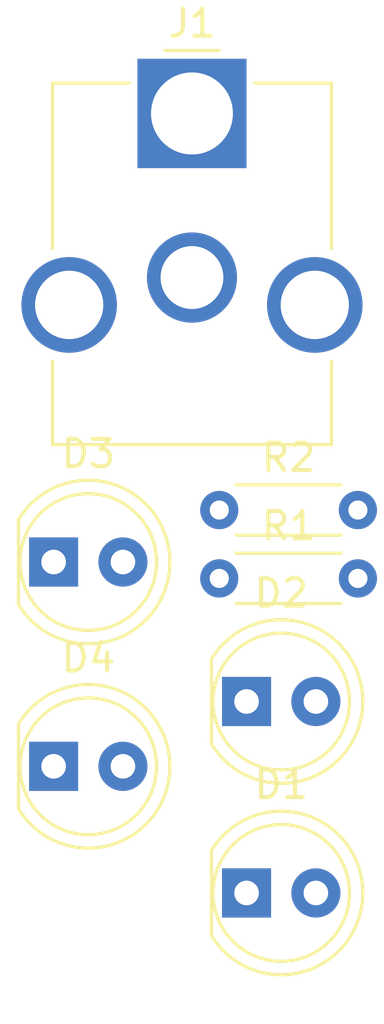
<source format=kicad_pcb>
(kicad_pcb (version 20241229) (generator "pcbnew") (generator_version "9.0")
  (layers (0 "F.Cu" signal) (2 "B.Cu" signal) (13 "F.Paste" user) (15 "B.Paste" user) (5 "F.SilkS" user "F.Silkscreen") (7 "B.SilkS" user "B.Silkscreen") (1 "F.Mask" user) (3 "B.Mask" user) (25 "Edge.Cuts" user))
  (net 0 "")
  (net 1 "Net-(D1-K)")
  (net 2 "+12V")
  (net 3 "Net-(D3-K)")
  (net 4 "Net-(D3-A)")
  (net 5 "GND")
  (footprint "LED_THT:LED_D5.0mm" (layer "F.Cu") (at 55.43 61.9)
    (property "Reference" "D3" (at 1.27 -3.96 0) (layer "F.SilkS"))
    (property "Value" "LED")
    (fp_line (start -1.29 -1.545) (end -1.29 1.545) (stroke (width 0.12)) (layer "F.SilkS"))
    (fp_arc (start -1.29 -1.54483) (mid 2.071779 -2.880495) (end 4.26 0) (stroke (width 0.12)) (layer "F.SilkS"))
    (fp_arc (start 4.26 0) (mid 2.071779 2.880495) (end -1.29 1.54483) (stroke (width 0.12)) (layer "F.SilkS"))
    (fp_circle (center 1.27 0) (end 3.77 0) (stroke (width 0.12)) (fill no) (layer "F.SilkS"))
    (pad "1" thru_hole rect (at 0 0) (size 1.8 1.8) (drill 0.9) (layers "*.Cu" "*.Mask") (net 3 "Net-(D3-K)"))
    (pad "2" thru_hole circle (at 2.54 0) (size 1.8 1.8) (drill 0.9) (layers "*.Cu" "*.Mask") (net 4 "Net-(D3-A)"))
  )
  (footprint "LED_THT:LED_D5.0mm" (layer "F.Cu") (at 62.5 74)
    (property "Reference" "D1" (at 1.27 -3.96 0) (layer "F.SilkS"))
    (property "Value" "LED")
    (fp_line (start -1.29 -1.545) (end -1.29 1.545) (stroke (width 0.12)) (layer "F.SilkS"))
    (fp_arc (start -1.29 -1.54483) (mid 2.071779 -2.880495) (end 4.26 0) (stroke (width 0.12)) (layer "F.SilkS"))
    (fp_arc (start 4.26 0) (mid 2.071779 2.880495) (end -1.29 1.54483) (stroke (width 0.12)) (layer "F.SilkS"))
    (fp_circle (center 1.27 0) (end 3.77 0) (stroke (width 0.12)) (fill no) (layer "F.SilkS"))
    (pad "1" thru_hole rect (at 0 0) (size 1.8 1.8) (drill 0.9) (layers "*.Cu" "*.Mask") (net 1 "Net-(D1-K)"))
    (pad "2" thru_hole circle (at 2.54 0) (size 1.8 1.8) (drill 0.9) (layers "*.Cu" "*.Mask") (net 2 "+12V"))
  )
  (footprint "Resistor_THT:R_Axial_DIN0204_L3.6mm_D1.6mm_P5.08mm_Horizontal" (layer "F.Cu") (at 61.5 60)
    (property "Reference" "R2" (at 2.54 -1.92 0) (layer "F.SilkS"))
    (property "Value" "R")
    (fp_line (start 0.62 -0.92) (end 4.46 -0.92) (stroke (width 0.12)) (layer "F.SilkS"))
    (fp_line (start 0.62 0.92) (end 4.46 0.92) (stroke (width 0.12)) (layer "F.SilkS"))
    (pad "1" thru_hole circle (at 0 0) (size 1.4 1.4) (drill 0.7) (layers "*.Cu" "*.Mask") (net 4 "Net-(D3-A)"))
    (pad "2" thru_hole circle (at 5.08 0) (size 1.4 1.4) (drill 0.7) (layers "*.Cu" "*.Mask") (net 1 "Net-(D1-K)"))
  )
  (footprint "LED_THT:LED_D5.0mm" (layer "F.Cu") (at 55.43 69.37)
    (property "Reference" "D4" (at 1.27 -3.96 0) (layer "F.SilkS"))
    (property "Value" "LED")
    (fp_line (start -1.29 -1.545) (end -1.29 1.545) (stroke (width 0.12)) (layer "F.SilkS"))
    (fp_arc (start -1.29 -1.54483) (mid 2.071779 -2.880495) (end 4.26 0) (stroke (width 0.12)) (layer "F.SilkS"))
    (fp_arc (start 4.26 0) (mid 2.071779 2.880495) (end -1.29 1.54483) (stroke (width 0.12)) (layer "F.SilkS"))
    (fp_circle (center 1.27 0) (end 3.77 0) (stroke (width 0.12)) (fill no) (layer "F.SilkS"))
    (pad "1" thru_hole rect (at 0 0) (size 1.8 1.8) (drill 0.9) (layers "*.Cu" "*.Mask") (net 5 "GND"))
    (pad "2" thru_hole circle (at 2.54 0) (size 1.8 1.8) (drill 0.9) (layers "*.Cu" "*.Mask") (net 3 "Net-(D3-K)"))
  )
  (footprint "Connector_BarrelJack:BarrelJack_CUI_PJ-063AH_Horizontal_CircularHoles" (layer "F.Cu") (at 60.5 45.5)
    (property "Reference" "J1" (at 0 -3.3 0) (layer "F.SilkS"))
    (property "Value" "Barrel_Jack")
    (fp_line (start -5.11 -1.11) (end -2.3 -1.11) (stroke (width 0.12)) (layer "F.SilkS"))
    (fp_line (start -5.11 4.95) (end -5.11 -1.11) (stroke (width 0.12)) (layer "F.SilkS"))
    (fp_line (start -5.11 12.11) (end -5.11 9.05) (stroke (width 0.12)) (layer "F.SilkS"))
    (fp_line (start -1 -2.3) (end 1 -2.3) (stroke (width 0.12)) (layer "F.SilkS"))
    (fp_line (start 2.3 -1.11) (end 5.11 -1.11) (stroke (width 0.12)) (layer "F.SilkS"))
    (fp_line (start 5.11 -1.11) (end 5.11 4.95) (stroke (width 0.12)) (layer "F.SilkS"))
    (fp_line (start 5.11 9.05) (end 5.11 12.11) (stroke (width 0.12)) (layer "F.SilkS"))
    (fp_line (start 5.11 12.11) (end -5.11 12.11) (stroke (width 0.12)) (layer "F.SilkS"))
    (pad "" np_thru_hole circle (at 0 9) (size 1.6 1.6) (drill 1.6) (layers "*.Cu" "*.Mask"))
    (pad "1" thru_hole rect (at 0 0) (size 4 4) (drill 3) (layers "*.Cu" "*.Mask") (net 2 "+12V"))
    (pad "2" thru_hole circle (at 0 6) (size 3.3 3.3) (drill 2.3) (layers "*.Cu" "*.Mask") (net 5 "GND"))
    (pad "MP" thru_hole circle (at -4.5 7) (size 3.5 3.5) (drill 2.5) (layers "*.Cu" "*.Mask"))
    (pad "MP" thru_hole circle (at 4.5 7) (size 3.5 3.5) (drill 2.5) (layers "*.Cu" "*.Mask"))
  )
  (footprint "LED_THT:LED_D5.0mm" (layer "F.Cu") (at 62.5 67)
    (property "Reference" "D2" (at 1.27 -3.96 0) (layer "F.SilkS"))
    (property "Value" "LED")
    (fp_line (start -1.29 -1.545) (end -1.29 1.545) (stroke (width 0.12)) (layer "F.SilkS"))
    (fp_arc (start -1.29 -1.54483) (mid 2.071779 -2.880495) (end 4.26 0) (stroke (width 0.12)) (layer "F.SilkS"))
    (fp_arc (start 4.26 0) (mid 2.071779 2.880495) (end -1.29 1.54483) (stroke (width 0.12)) (layer "F.SilkS"))
    (fp_circle (center 1.27 0) (end 3.77 0) (stroke (width 0.12)) (fill no) (layer "F.SilkS"))
    (pad "1" thru_hole rect (at 0 0) (size 1.8 1.8) (drill 0.9) (layers "*.Cu" "*.Mask") (net 1 "Net-(D1-K)"))
    (pad "2" thru_hole circle (at 2.54 0) (size 1.8 1.8) (drill 0.9) (layers "*.Cu" "*.Mask") (net 2 "+12V"))
  )
  (footprint "Resistor_THT:R_Axial_DIN0204_L3.6mm_D1.6mm_P5.08mm_Horizontal" (layer "F.Cu") (at 61.5 62.5)
    (property "Reference" "R1" (at 2.54 -1.92 0) (layer "F.SilkS"))
    (property "Value" "R")
    (fp_line (start 0.62 -0.92) (end 4.46 -0.92) (stroke (width 0.12)) (layer "F.SilkS"))
    (fp_line (start 0.62 0.92) (end 4.46 0.92) (stroke (width 0.12)) (layer "F.SilkS"))
    (pad "1" thru_hole circle (at 0 0) (size 1.4 1.4) (drill 0.7) (layers "*.Cu" "*.Mask") (net 1 "Net-(D1-K)"))
    (pad "2" thru_hole circle (at 5.08 0) (size 1.4 1.4) (drill 0.7) (layers "*.Cu" "*.Mask") (net 2 "+12V"))
  )
)
</source>
